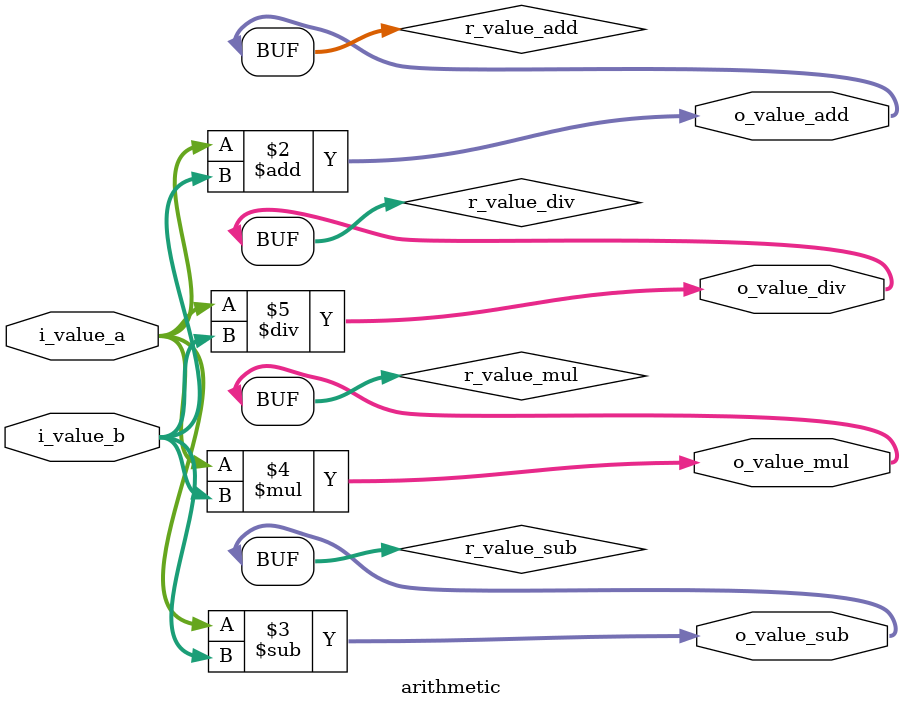
<source format=v>
`timescale 1ns / 1ps
 
module arithmetic(
    input	[7:0] i_value_a,
    input	[7:0] i_value_b,
    output	[7:0] o_value_add,
    output	[7:0] o_value_sub,
    output	[7:0] o_value_mul,
    output	[7:0] o_value_div	);

    reg  [7:0] r_value_add;
    reg  [7:0] r_value_sub;
    reg  [7:0] r_value_mul;
    reg  [7:0] r_value_div;

    always @(*) begin
        r_value_add = i_value_a + i_value_b;
        r_value_sub = i_value_a - i_value_b;
        r_value_mul = i_value_a * i_value_b;
        r_value_div = i_value_a / i_value_b;
    end

    assign o_value_add = r_value_add;
    assign o_value_sub = r_value_sub;
    assign o_value_mul = r_value_mul;
    assign o_value_div = r_value_div;

endmodule

</source>
